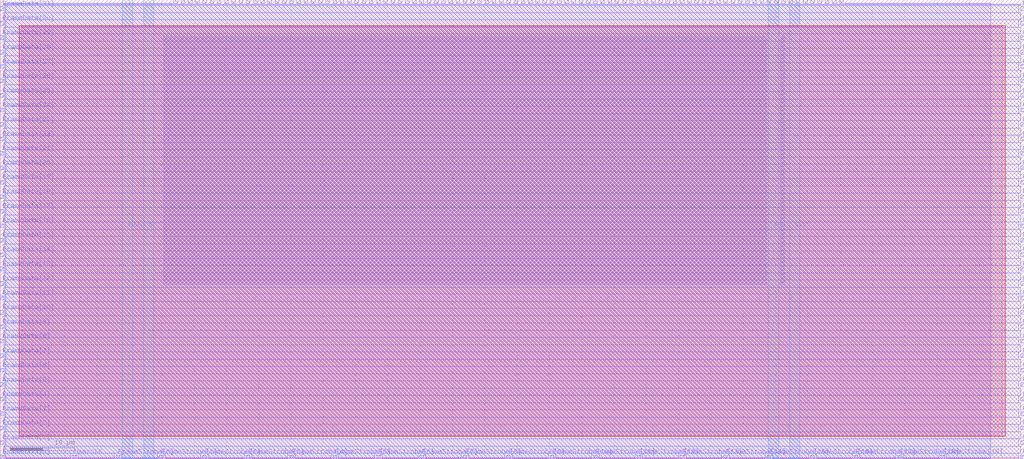
<source format=lef>
VERSION 5.7 ;
  NOWIREEXTENSIONATPIN ON ;
  DIVIDERCHAR "/" ;
  BUSBITCHARS "[]" ;
MACRO S_term_SRAM
  CLASS BLOCK ;
  FOREIGN S_term_SRAM ;
  ORIGIN 0.000 0.000 ;
  SIZE 158.480 BY 71.120 ;
  PIN FrameData[0]
    DIRECTION INPUT ;
    USE SIGNAL ;
    ANTENNAGATEAREA 1.102000 ;
    ANTENNADIFFAREA 0.410400 ;
    PORT
      LAYER Metal3 ;
        RECT 0.000 0.000 0.560 0.560 ;
    END
  END FrameData[0]
  PIN FrameData[10]
    DIRECTION INPUT ;
    USE SIGNAL ;
    ANTENNAGATEAREA 1.102000 ;
    ANTENNADIFFAREA 0.410400 ;
    PORT
      LAYER Metal3 ;
        RECT 0.000 22.400 0.560 22.960 ;
    END
  END FrameData[10]
  PIN FrameData[11]
    DIRECTION INPUT ;
    USE SIGNAL ;
    ANTENNAGATEAREA 1.102000 ;
    ANTENNADIFFAREA 0.410400 ;
    PORT
      LAYER Metal3 ;
        RECT 0.000 24.640 0.560 25.200 ;
    END
  END FrameData[11]
  PIN FrameData[12]
    DIRECTION INPUT ;
    USE SIGNAL ;
    ANTENNAGATEAREA 1.102000 ;
    ANTENNADIFFAREA 0.410400 ;
    PORT
      LAYER Metal3 ;
        RECT 0.000 26.880 0.560 27.440 ;
    END
  END FrameData[12]
  PIN FrameData[13]
    DIRECTION INPUT ;
    USE SIGNAL ;
    ANTENNAGATEAREA 1.102000 ;
    ANTENNADIFFAREA 0.410400 ;
    PORT
      LAYER Metal3 ;
        RECT 0.000 29.120 0.560 29.680 ;
    END
  END FrameData[13]
  PIN FrameData[14]
    DIRECTION INPUT ;
    USE SIGNAL ;
    ANTENNAGATEAREA 1.102000 ;
    ANTENNADIFFAREA 0.410400 ;
    PORT
      LAYER Metal3 ;
        RECT 0.000 31.360 0.560 31.920 ;
    END
  END FrameData[14]
  PIN FrameData[15]
    DIRECTION INPUT ;
    USE SIGNAL ;
    ANTENNAGATEAREA 1.102000 ;
    ANTENNADIFFAREA 0.410400 ;
    PORT
      LAYER Metal3 ;
        RECT 0.000 33.600 0.560 34.160 ;
    END
  END FrameData[15]
  PIN FrameData[16]
    DIRECTION INPUT ;
    USE SIGNAL ;
    ANTENNAGATEAREA 1.102000 ;
    ANTENNADIFFAREA 0.410400 ;
    PORT
      LAYER Metal3 ;
        RECT 0.000 35.840 0.560 36.400 ;
    END
  END FrameData[16]
  PIN FrameData[17]
    DIRECTION INPUT ;
    USE SIGNAL ;
    ANTENNAGATEAREA 1.102000 ;
    ANTENNADIFFAREA 0.410400 ;
    PORT
      LAYER Metal3 ;
        RECT 0.000 38.080 0.560 38.640 ;
    END
  END FrameData[17]
  PIN FrameData[18]
    DIRECTION INPUT ;
    USE SIGNAL ;
    ANTENNAGATEAREA 1.102000 ;
    ANTENNADIFFAREA 0.410400 ;
    PORT
      LAYER Metal3 ;
        RECT 0.000 40.320 0.560 40.880 ;
    END
  END FrameData[18]
  PIN FrameData[19]
    DIRECTION INPUT ;
    USE SIGNAL ;
    ANTENNAGATEAREA 1.102000 ;
    ANTENNADIFFAREA 0.410400 ;
    PORT
      LAYER Metal3 ;
        RECT 0.000 42.560 0.560 43.120 ;
    END
  END FrameData[19]
  PIN FrameData[1]
    DIRECTION INPUT ;
    USE SIGNAL ;
    ANTENNAGATEAREA 1.102000 ;
    ANTENNADIFFAREA 0.410400 ;
    PORT
      LAYER Metal3 ;
        RECT 0.000 2.240 0.560 2.800 ;
    END
  END FrameData[1]
  PIN FrameData[20]
    DIRECTION INPUT ;
    USE SIGNAL ;
    ANTENNAGATEAREA 1.102000 ;
    ANTENNADIFFAREA 0.410400 ;
    PORT
      LAYER Metal3 ;
        RECT 0.000 44.800 0.560 45.360 ;
    END
  END FrameData[20]
  PIN FrameData[21]
    DIRECTION INPUT ;
    USE SIGNAL ;
    ANTENNAGATEAREA 1.102000 ;
    ANTENNADIFFAREA 0.410400 ;
    PORT
      LAYER Metal3 ;
        RECT 0.000 47.040 0.560 47.600 ;
    END
  END FrameData[21]
  PIN FrameData[22]
    DIRECTION INPUT ;
    USE SIGNAL ;
    ANTENNAGATEAREA 1.102000 ;
    ANTENNADIFFAREA 0.410400 ;
    PORT
      LAYER Metal3 ;
        RECT 0.000 49.280 0.560 49.840 ;
    END
  END FrameData[22]
  PIN FrameData[23]
    DIRECTION INPUT ;
    USE SIGNAL ;
    ANTENNAGATEAREA 1.102000 ;
    ANTENNADIFFAREA 0.410400 ;
    PORT
      LAYER Metal3 ;
        RECT 0.000 51.520 0.560 52.080 ;
    END
  END FrameData[23]
  PIN FrameData[24]
    DIRECTION INPUT ;
    USE SIGNAL ;
    ANTENNAGATEAREA 1.102000 ;
    ANTENNADIFFAREA 0.410400 ;
    PORT
      LAYER Metal3 ;
        RECT 0.000 53.760 0.560 54.320 ;
    END
  END FrameData[24]
  PIN FrameData[25]
    DIRECTION INPUT ;
    USE SIGNAL ;
    ANTENNAGATEAREA 1.102000 ;
    ANTENNADIFFAREA 0.410400 ;
    PORT
      LAYER Metal3 ;
        RECT 0.000 56.000 0.560 56.560 ;
    END
  END FrameData[25]
  PIN FrameData[26]
    DIRECTION INPUT ;
    USE SIGNAL ;
    ANTENNAGATEAREA 1.102000 ;
    ANTENNADIFFAREA 0.410400 ;
    PORT
      LAYER Metal3 ;
        RECT 0.000 58.240 0.560 58.800 ;
    END
  END FrameData[26]
  PIN FrameData[27]
    DIRECTION INPUT ;
    USE SIGNAL ;
    ANTENNAGATEAREA 1.102000 ;
    ANTENNADIFFAREA 0.410400 ;
    PORT
      LAYER Metal3 ;
        RECT 0.000 60.480 0.560 61.040 ;
    END
  END FrameData[27]
  PIN FrameData[28]
    DIRECTION INPUT ;
    USE SIGNAL ;
    ANTENNAGATEAREA 1.102000 ;
    ANTENNADIFFAREA 0.410400 ;
    PORT
      LAYER Metal3 ;
        RECT 0.000 62.720 0.560 63.280 ;
    END
  END FrameData[28]
  PIN FrameData[29]
    DIRECTION INPUT ;
    USE SIGNAL ;
    ANTENNAGATEAREA 1.102000 ;
    ANTENNADIFFAREA 0.410400 ;
    PORT
      LAYER Metal3 ;
        RECT 0.000 64.960 0.560 65.520 ;
    END
  END FrameData[29]
  PIN FrameData[2]
    DIRECTION INPUT ;
    USE SIGNAL ;
    ANTENNAGATEAREA 1.102000 ;
    ANTENNADIFFAREA 0.410400 ;
    PORT
      LAYER Metal3 ;
        RECT 0.000 4.480 0.560 5.040 ;
    END
  END FrameData[2]
  PIN FrameData[30]
    DIRECTION INPUT ;
    USE SIGNAL ;
    ANTENNAGATEAREA 1.102000 ;
    ANTENNADIFFAREA 0.410400 ;
    PORT
      LAYER Metal3 ;
        RECT 0.000 67.200 0.560 67.760 ;
    END
  END FrameData[30]
  PIN FrameData[31]
    DIRECTION INPUT ;
    USE SIGNAL ;
    ANTENNAGATEAREA 1.102000 ;
    ANTENNADIFFAREA 0.410400 ;
    PORT
      LAYER Metal3 ;
        RECT 0.000 69.440 0.560 70.000 ;
    END
  END FrameData[31]
  PIN FrameData[3]
    DIRECTION INPUT ;
    USE SIGNAL ;
    ANTENNAGATEAREA 1.102000 ;
    ANTENNADIFFAREA 0.410400 ;
    PORT
      LAYER Metal3 ;
        RECT 0.000 6.720 0.560 7.280 ;
    END
  END FrameData[3]
  PIN FrameData[4]
    DIRECTION INPUT ;
    USE SIGNAL ;
    ANTENNAGATEAREA 1.102000 ;
    ANTENNADIFFAREA 0.410400 ;
    PORT
      LAYER Metal3 ;
        RECT 0.000 8.960 0.560 9.520 ;
    END
  END FrameData[4]
  PIN FrameData[5]
    DIRECTION INPUT ;
    USE SIGNAL ;
    ANTENNAGATEAREA 1.102000 ;
    ANTENNADIFFAREA 0.410400 ;
    PORT
      LAYER Metal3 ;
        RECT 0.000 11.200 0.560 11.760 ;
    END
  END FrameData[5]
  PIN FrameData[6]
    DIRECTION INPUT ;
    USE SIGNAL ;
    ANTENNAGATEAREA 1.102000 ;
    ANTENNADIFFAREA 0.410400 ;
    PORT
      LAYER Metal3 ;
        RECT 0.000 13.440 0.560 14.000 ;
    END
  END FrameData[6]
  PIN FrameData[7]
    DIRECTION INPUT ;
    USE SIGNAL ;
    ANTENNAGATEAREA 1.102000 ;
    ANTENNADIFFAREA 0.410400 ;
    PORT
      LAYER Metal3 ;
        RECT 0.000 15.680 0.560 16.240 ;
    END
  END FrameData[7]
  PIN FrameData[8]
    DIRECTION INPUT ;
    USE SIGNAL ;
    ANTENNAGATEAREA 1.102000 ;
    ANTENNADIFFAREA 0.410400 ;
    PORT
      LAYER Metal3 ;
        RECT 0.000 17.920 0.560 18.480 ;
    END
  END FrameData[8]
  PIN FrameData[9]
    DIRECTION INPUT ;
    USE SIGNAL ;
    ANTENNAGATEAREA 1.102000 ;
    ANTENNADIFFAREA 0.410400 ;
    PORT
      LAYER Metal3 ;
        RECT 0.000 20.160 0.560 20.720 ;
    END
  END FrameData[9]
  PIN FrameData_O[0]
    DIRECTION OUTPUT ;
    USE SIGNAL ;
    ANTENNADIFFAREA 2.365600 ;
    PORT
      LAYER Metal3 ;
        RECT 157.920 0.000 158.480 0.560 ;
    END
  END FrameData_O[0]
  PIN FrameData_O[10]
    DIRECTION OUTPUT ;
    USE SIGNAL ;
    ANTENNADIFFAREA 2.365600 ;
    PORT
      LAYER Metal3 ;
        RECT 157.920 22.400 158.480 22.960 ;
    END
  END FrameData_O[10]
  PIN FrameData_O[11]
    DIRECTION OUTPUT ;
    USE SIGNAL ;
    ANTENNADIFFAREA 2.365600 ;
    PORT
      LAYER Metal3 ;
        RECT 157.920 24.640 158.480 25.200 ;
    END
  END FrameData_O[11]
  PIN FrameData_O[12]
    DIRECTION OUTPUT ;
    USE SIGNAL ;
    ANTENNADIFFAREA 2.365600 ;
    PORT
      LAYER Metal3 ;
        RECT 157.920 26.880 158.480 27.440 ;
    END
  END FrameData_O[12]
  PIN FrameData_O[13]
    DIRECTION OUTPUT ;
    USE SIGNAL ;
    ANTENNADIFFAREA 2.365600 ;
    PORT
      LAYER Metal3 ;
        RECT 157.920 29.120 158.480 29.680 ;
    END
  END FrameData_O[13]
  PIN FrameData_O[14]
    DIRECTION OUTPUT ;
    USE SIGNAL ;
    ANTENNADIFFAREA 2.365600 ;
    PORT
      LAYER Metal3 ;
        RECT 157.920 31.360 158.480 31.920 ;
    END
  END FrameData_O[14]
  PIN FrameData_O[15]
    DIRECTION OUTPUT ;
    USE SIGNAL ;
    ANTENNADIFFAREA 2.365600 ;
    PORT
      LAYER Metal3 ;
        RECT 157.920 33.600 158.480 34.160 ;
    END
  END FrameData_O[15]
  PIN FrameData_O[16]
    DIRECTION OUTPUT ;
    USE SIGNAL ;
    ANTENNADIFFAREA 2.365600 ;
    PORT
      LAYER Metal3 ;
        RECT 157.920 35.840 158.480 36.400 ;
    END
  END FrameData_O[16]
  PIN FrameData_O[17]
    DIRECTION OUTPUT ;
    USE SIGNAL ;
    ANTENNADIFFAREA 2.365600 ;
    PORT
      LAYER Metal3 ;
        RECT 157.920 38.080 158.480 38.640 ;
    END
  END FrameData_O[17]
  PIN FrameData_O[18]
    DIRECTION OUTPUT ;
    USE SIGNAL ;
    ANTENNADIFFAREA 2.365600 ;
    PORT
      LAYER Metal3 ;
        RECT 157.920 40.320 158.480 40.880 ;
    END
  END FrameData_O[18]
  PIN FrameData_O[19]
    DIRECTION OUTPUT ;
    USE SIGNAL ;
    ANTENNADIFFAREA 2.365600 ;
    PORT
      LAYER Metal3 ;
        RECT 157.920 42.560 158.480 43.120 ;
    END
  END FrameData_O[19]
  PIN FrameData_O[1]
    DIRECTION OUTPUT ;
    USE SIGNAL ;
    ANTENNADIFFAREA 2.365600 ;
    PORT
      LAYER Metal3 ;
        RECT 157.920 2.240 158.480 2.800 ;
    END
  END FrameData_O[1]
  PIN FrameData_O[20]
    DIRECTION OUTPUT ;
    USE SIGNAL ;
    ANTENNADIFFAREA 2.365600 ;
    PORT
      LAYER Metal3 ;
        RECT 157.920 44.800 158.480 45.360 ;
    END
  END FrameData_O[20]
  PIN FrameData_O[21]
    DIRECTION OUTPUT ;
    USE SIGNAL ;
    ANTENNADIFFAREA 2.365600 ;
    PORT
      LAYER Metal3 ;
        RECT 157.920 47.040 158.480 47.600 ;
    END
  END FrameData_O[21]
  PIN FrameData_O[22]
    DIRECTION OUTPUT ;
    USE SIGNAL ;
    ANTENNADIFFAREA 2.365600 ;
    PORT
      LAYER Metal3 ;
        RECT 157.920 49.280 158.480 49.840 ;
    END
  END FrameData_O[22]
  PIN FrameData_O[23]
    DIRECTION OUTPUT ;
    USE SIGNAL ;
    ANTENNADIFFAREA 2.365600 ;
    PORT
      LAYER Metal3 ;
        RECT 157.920 51.520 158.480 52.080 ;
    END
  END FrameData_O[23]
  PIN FrameData_O[24]
    DIRECTION OUTPUT ;
    USE SIGNAL ;
    ANTENNADIFFAREA 2.365600 ;
    PORT
      LAYER Metal3 ;
        RECT 157.920 53.760 158.480 54.320 ;
    END
  END FrameData_O[24]
  PIN FrameData_O[25]
    DIRECTION OUTPUT ;
    USE SIGNAL ;
    ANTENNADIFFAREA 2.365600 ;
    PORT
      LAYER Metal3 ;
        RECT 157.920 56.000 158.480 56.560 ;
    END
  END FrameData_O[25]
  PIN FrameData_O[26]
    DIRECTION OUTPUT ;
    USE SIGNAL ;
    ANTENNADIFFAREA 2.365600 ;
    PORT
      LAYER Metal3 ;
        RECT 157.920 58.240 158.480 58.800 ;
    END
  END FrameData_O[26]
  PIN FrameData_O[27]
    DIRECTION OUTPUT ;
    USE SIGNAL ;
    ANTENNADIFFAREA 2.365600 ;
    PORT
      LAYER Metal3 ;
        RECT 157.920 60.480 158.480 61.040 ;
    END
  END FrameData_O[27]
  PIN FrameData_O[28]
    DIRECTION OUTPUT ;
    USE SIGNAL ;
    ANTENNADIFFAREA 2.365600 ;
    PORT
      LAYER Metal3 ;
        RECT 157.920 62.720 158.480 63.280 ;
    END
  END FrameData_O[28]
  PIN FrameData_O[29]
    DIRECTION OUTPUT ;
    USE SIGNAL ;
    ANTENNADIFFAREA 2.365600 ;
    PORT
      LAYER Metal3 ;
        RECT 157.920 64.960 158.480 65.520 ;
    END
  END FrameData_O[29]
  PIN FrameData_O[2]
    DIRECTION OUTPUT ;
    USE SIGNAL ;
    ANTENNADIFFAREA 2.365600 ;
    PORT
      LAYER Metal3 ;
        RECT 157.920 4.480 158.480 5.040 ;
    END
  END FrameData_O[2]
  PIN FrameData_O[30]
    DIRECTION OUTPUT ;
    USE SIGNAL ;
    ANTENNADIFFAREA 2.365600 ;
    PORT
      LAYER Metal3 ;
        RECT 157.920 67.200 158.480 67.760 ;
    END
  END FrameData_O[30]
  PIN FrameData_O[31]
    DIRECTION OUTPUT ;
    USE SIGNAL ;
    ANTENNADIFFAREA 2.365600 ;
    PORT
      LAYER Metal3 ;
        RECT 157.920 69.440 158.480 70.000 ;
    END
  END FrameData_O[31]
  PIN FrameData_O[3]
    DIRECTION OUTPUT ;
    USE SIGNAL ;
    ANTENNADIFFAREA 2.365600 ;
    PORT
      LAYER Metal3 ;
        RECT 157.920 6.720 158.480 7.280 ;
    END
  END FrameData_O[3]
  PIN FrameData_O[4]
    DIRECTION OUTPUT ;
    USE SIGNAL ;
    ANTENNADIFFAREA 2.365600 ;
    PORT
      LAYER Metal3 ;
        RECT 157.920 8.960 158.480 9.520 ;
    END
  END FrameData_O[4]
  PIN FrameData_O[5]
    DIRECTION OUTPUT ;
    USE SIGNAL ;
    ANTENNADIFFAREA 2.365600 ;
    PORT
      LAYER Metal3 ;
        RECT 157.920 11.200 158.480 11.760 ;
    END
  END FrameData_O[5]
  PIN FrameData_O[6]
    DIRECTION OUTPUT ;
    USE SIGNAL ;
    ANTENNADIFFAREA 2.365600 ;
    PORT
      LAYER Metal3 ;
        RECT 157.920 13.440 158.480 14.000 ;
    END
  END FrameData_O[6]
  PIN FrameData_O[7]
    DIRECTION OUTPUT ;
    USE SIGNAL ;
    ANTENNADIFFAREA 2.365600 ;
    PORT
      LAYER Metal3 ;
        RECT 157.920 15.680 158.480 16.240 ;
    END
  END FrameData_O[7]
  PIN FrameData_O[8]
    DIRECTION OUTPUT ;
    USE SIGNAL ;
    ANTENNADIFFAREA 2.365600 ;
    PORT
      LAYER Metal3 ;
        RECT 157.920 17.920 158.480 18.480 ;
    END
  END FrameData_O[8]
  PIN FrameData_O[9]
    DIRECTION OUTPUT ;
    USE SIGNAL ;
    ANTENNADIFFAREA 2.365600 ;
    PORT
      LAYER Metal3 ;
        RECT 157.920 20.160 158.480 20.720 ;
    END
  END FrameData_O[9]
  PIN FrameStrobe[0]
    DIRECTION INPUT ;
    USE SIGNAL ;
    ANTENNAGATEAREA 1.102000 ;
    ANTENNADIFFAREA 0.410400 ;
    PORT
      LAYER Metal2 ;
        RECT 17.920 0.000 18.480 0.560 ;
    END
  END FrameStrobe[0]
  PIN FrameStrobe[10]
    DIRECTION INPUT ;
    USE SIGNAL ;
    ANTENNAGATEAREA 1.102000 ;
    ANTENNADIFFAREA 0.410400 ;
    PORT
      LAYER Metal2 ;
        RECT 85.120 0.000 85.680 0.560 ;
    END
  END FrameStrobe[10]
  PIN FrameStrobe[11]
    DIRECTION INPUT ;
    USE SIGNAL ;
    ANTENNAGATEAREA 1.102000 ;
    ANTENNADIFFAREA 0.410400 ;
    PORT
      LAYER Metal2 ;
        RECT 91.840 0.000 92.400 0.560 ;
    END
  END FrameStrobe[11]
  PIN FrameStrobe[12]
    DIRECTION INPUT ;
    USE SIGNAL ;
    ANTENNAGATEAREA 1.102000 ;
    ANTENNADIFFAREA 0.410400 ;
    PORT
      LAYER Metal2 ;
        RECT 98.560 0.000 99.120 0.560 ;
    END
  END FrameStrobe[12]
  PIN FrameStrobe[13]
    DIRECTION INPUT ;
    USE SIGNAL ;
    ANTENNAGATEAREA 1.102000 ;
    ANTENNADIFFAREA 0.410400 ;
    PORT
      LAYER Metal2 ;
        RECT 105.280 0.000 105.840 0.560 ;
    END
  END FrameStrobe[13]
  PIN FrameStrobe[14]
    DIRECTION INPUT ;
    USE SIGNAL ;
    ANTENNAGATEAREA 1.102000 ;
    ANTENNADIFFAREA 0.410400 ;
    PORT
      LAYER Metal2 ;
        RECT 112.000 0.000 112.560 0.560 ;
    END
  END FrameStrobe[14]
  PIN FrameStrobe[15]
    DIRECTION INPUT ;
    USE SIGNAL ;
    ANTENNAGATEAREA 1.102000 ;
    ANTENNADIFFAREA 0.410400 ;
    PORT
      LAYER Metal2 ;
        RECT 118.720 0.000 119.280 0.560 ;
    END
  END FrameStrobe[15]
  PIN FrameStrobe[16]
    DIRECTION INPUT ;
    USE SIGNAL ;
    ANTENNAGATEAREA 1.102000 ;
    ANTENNADIFFAREA 0.410400 ;
    PORT
      LAYER Metal2 ;
        RECT 125.440 0.000 126.000 0.560 ;
    END
  END FrameStrobe[16]
  PIN FrameStrobe[17]
    DIRECTION INPUT ;
    USE SIGNAL ;
    ANTENNAGATEAREA 1.102000 ;
    ANTENNADIFFAREA 0.410400 ;
    PORT
      LAYER Metal2 ;
        RECT 132.160 0.000 132.720 0.560 ;
    END
  END FrameStrobe[17]
  PIN FrameStrobe[18]
    DIRECTION INPUT ;
    USE SIGNAL ;
    ANTENNAGATEAREA 1.102000 ;
    ANTENNADIFFAREA 0.410400 ;
    PORT
      LAYER Metal2 ;
        RECT 138.880 0.000 139.440 0.560 ;
    END
  END FrameStrobe[18]
  PIN FrameStrobe[19]
    DIRECTION INPUT ;
    USE SIGNAL ;
    ANTENNAGATEAREA 1.102000 ;
    ANTENNADIFFAREA 0.410400 ;
    PORT
      LAYER Metal2 ;
        RECT 145.600 0.000 146.160 0.560 ;
    END
  END FrameStrobe[19]
  PIN FrameStrobe[1]
    DIRECTION INPUT ;
    USE SIGNAL ;
    ANTENNAGATEAREA 1.102000 ;
    ANTENNADIFFAREA 0.410400 ;
    PORT
      LAYER Metal2 ;
        RECT 24.640 0.000 25.200 0.560 ;
    END
  END FrameStrobe[1]
  PIN FrameStrobe[2]
    DIRECTION INPUT ;
    USE SIGNAL ;
    ANTENNAGATEAREA 1.102000 ;
    ANTENNADIFFAREA 0.410400 ;
    PORT
      LAYER Metal2 ;
        RECT 31.360 0.000 31.920 0.560 ;
    END
  END FrameStrobe[2]
  PIN FrameStrobe[3]
    DIRECTION INPUT ;
    USE SIGNAL ;
    ANTENNAGATEAREA 1.102000 ;
    ANTENNADIFFAREA 0.410400 ;
    PORT
      LAYER Metal2 ;
        RECT 38.080 0.000 38.640 0.560 ;
    END
  END FrameStrobe[3]
  PIN FrameStrobe[4]
    DIRECTION INPUT ;
    USE SIGNAL ;
    ANTENNAGATEAREA 1.102000 ;
    ANTENNADIFFAREA 0.410400 ;
    PORT
      LAYER Metal2 ;
        RECT 44.800 0.000 45.360 0.560 ;
    END
  END FrameStrobe[4]
  PIN FrameStrobe[5]
    DIRECTION INPUT ;
    USE SIGNAL ;
    ANTENNAGATEAREA 1.102000 ;
    ANTENNADIFFAREA 0.410400 ;
    PORT
      LAYER Metal2 ;
        RECT 51.520 0.000 52.080 0.560 ;
    END
  END FrameStrobe[5]
  PIN FrameStrobe[6]
    DIRECTION INPUT ;
    USE SIGNAL ;
    ANTENNAGATEAREA 1.102000 ;
    ANTENNADIFFAREA 0.410400 ;
    PORT
      LAYER Metal2 ;
        RECT 58.240 0.000 58.800 0.560 ;
    END
  END FrameStrobe[6]
  PIN FrameStrobe[7]
    DIRECTION INPUT ;
    USE SIGNAL ;
    ANTENNAGATEAREA 1.102000 ;
    ANTENNADIFFAREA 0.410400 ;
    PORT
      LAYER Metal2 ;
        RECT 64.960 0.000 65.520 0.560 ;
    END
  END FrameStrobe[7]
  PIN FrameStrobe[8]
    DIRECTION INPUT ;
    USE SIGNAL ;
    ANTENNAGATEAREA 1.102000 ;
    ANTENNADIFFAREA 0.410400 ;
    PORT
      LAYER Metal2 ;
        RECT 71.680 0.000 72.240 0.560 ;
    END
  END FrameStrobe[8]
  PIN FrameStrobe[9]
    DIRECTION INPUT ;
    USE SIGNAL ;
    ANTENNAGATEAREA 1.102000 ;
    ANTENNADIFFAREA 0.410400 ;
    PORT
      LAYER Metal2 ;
        RECT 78.400 0.000 78.960 0.560 ;
    END
  END FrameStrobe[9]
  PIN FrameStrobe_O[0]
    DIRECTION OUTPUT ;
    USE SIGNAL ;
    ANTENNADIFFAREA 2.365600 ;
    PORT
      LAYER Metal2 ;
        RECT 108.640 70.560 109.200 71.120 ;
    END
  END FrameStrobe_O[0]
  PIN FrameStrobe_O[10]
    DIRECTION OUTPUT ;
    USE SIGNAL ;
    ANTENNADIFFAREA 2.365600 ;
    PORT
      LAYER Metal2 ;
        RECT 119.840 70.560 120.400 71.120 ;
    END
  END FrameStrobe_O[10]
  PIN FrameStrobe_O[11]
    DIRECTION OUTPUT ;
    USE SIGNAL ;
    ANTENNADIFFAREA 2.365600 ;
    PORT
      LAYER Metal2 ;
        RECT 120.960 70.560 121.520 71.120 ;
    END
  END FrameStrobe_O[11]
  PIN FrameStrobe_O[12]
    DIRECTION OUTPUT ;
    USE SIGNAL ;
    ANTENNADIFFAREA 2.365600 ;
    PORT
      LAYER Metal2 ;
        RECT 122.080 70.560 122.640 71.120 ;
    END
  END FrameStrobe_O[12]
  PIN FrameStrobe_O[13]
    DIRECTION OUTPUT ;
    USE SIGNAL ;
    ANTENNADIFFAREA 2.365600 ;
    PORT
      LAYER Metal2 ;
        RECT 123.200 70.560 123.760 71.120 ;
    END
  END FrameStrobe_O[13]
  PIN FrameStrobe_O[14]
    DIRECTION OUTPUT ;
    USE SIGNAL ;
    ANTENNADIFFAREA 2.365600 ;
    PORT
      LAYER Metal2 ;
        RECT 124.320 70.560 124.880 71.120 ;
    END
  END FrameStrobe_O[14]
  PIN FrameStrobe_O[15]
    DIRECTION OUTPUT ;
    USE SIGNAL ;
    ANTENNADIFFAREA 2.365600 ;
    PORT
      LAYER Metal2 ;
        RECT 125.440 70.560 126.000 71.120 ;
    END
  END FrameStrobe_O[15]
  PIN FrameStrobe_O[16]
    DIRECTION OUTPUT ;
    USE SIGNAL ;
    ANTENNADIFFAREA 2.365600 ;
    PORT
      LAYER Metal2 ;
        RECT 126.560 70.560 127.120 71.120 ;
    END
  END FrameStrobe_O[16]
  PIN FrameStrobe_O[17]
    DIRECTION OUTPUT ;
    USE SIGNAL ;
    ANTENNADIFFAREA 2.365600 ;
    PORT
      LAYER Metal2 ;
        RECT 127.680 70.560 128.240 71.120 ;
    END
  END FrameStrobe_O[17]
  PIN FrameStrobe_O[18]
    DIRECTION OUTPUT ;
    USE SIGNAL ;
    ANTENNADIFFAREA 2.365600 ;
    PORT
      LAYER Metal2 ;
        RECT 128.800 70.560 129.360 71.120 ;
    END
  END FrameStrobe_O[18]
  PIN FrameStrobe_O[19]
    DIRECTION OUTPUT ;
    USE SIGNAL ;
    ANTENNADIFFAREA 2.365600 ;
    PORT
      LAYER Metal2 ;
        RECT 129.920 70.560 130.480 71.120 ;
    END
  END FrameStrobe_O[19]
  PIN FrameStrobe_O[1]
    DIRECTION OUTPUT ;
    USE SIGNAL ;
    ANTENNADIFFAREA 2.365600 ;
    PORT
      LAYER Metal2 ;
        RECT 109.760 70.560 110.320 71.120 ;
    END
  END FrameStrobe_O[1]
  PIN FrameStrobe_O[2]
    DIRECTION OUTPUT ;
    USE SIGNAL ;
    ANTENNADIFFAREA 2.365600 ;
    PORT
      LAYER Metal2 ;
        RECT 110.880 70.560 111.440 71.120 ;
    END
  END FrameStrobe_O[2]
  PIN FrameStrobe_O[3]
    DIRECTION OUTPUT ;
    USE SIGNAL ;
    ANTENNADIFFAREA 2.365600 ;
    PORT
      LAYER Metal2 ;
        RECT 112.000 70.560 112.560 71.120 ;
    END
  END FrameStrobe_O[3]
  PIN FrameStrobe_O[4]
    DIRECTION OUTPUT ;
    USE SIGNAL ;
    ANTENNADIFFAREA 2.365600 ;
    PORT
      LAYER Metal2 ;
        RECT 113.120 70.560 113.680 71.120 ;
    END
  END FrameStrobe_O[4]
  PIN FrameStrobe_O[5]
    DIRECTION OUTPUT ;
    USE SIGNAL ;
    ANTENNADIFFAREA 2.365600 ;
    PORT
      LAYER Metal2 ;
        RECT 114.240 70.560 114.800 71.120 ;
    END
  END FrameStrobe_O[5]
  PIN FrameStrobe_O[6]
    DIRECTION OUTPUT ;
    USE SIGNAL ;
    ANTENNADIFFAREA 2.365600 ;
    PORT
      LAYER Metal2 ;
        RECT 115.360 70.560 115.920 71.120 ;
    END
  END FrameStrobe_O[6]
  PIN FrameStrobe_O[7]
    DIRECTION OUTPUT ;
    USE SIGNAL ;
    ANTENNADIFFAREA 2.365600 ;
    PORT
      LAYER Metal2 ;
        RECT 116.480 70.560 117.040 71.120 ;
    END
  END FrameStrobe_O[7]
  PIN FrameStrobe_O[8]
    DIRECTION OUTPUT ;
    USE SIGNAL ;
    ANTENNADIFFAREA 2.365600 ;
    PORT
      LAYER Metal2 ;
        RECT 117.600 70.560 118.160 71.120 ;
    END
  END FrameStrobe_O[8]
  PIN FrameStrobe_O[9]
    DIRECTION OUTPUT ;
    USE SIGNAL ;
    ANTENNADIFFAREA 2.365600 ;
    PORT
      LAYER Metal2 ;
        RECT 118.720 70.560 119.280 71.120 ;
    END
  END FrameStrobe_O[9]
  PIN N1BEG[0]
    DIRECTION OUTPUT ;
    USE SIGNAL ;
    ANTENNADIFFAREA 2.365600 ;
    PORT
      LAYER Metal2 ;
        RECT 26.880 70.560 27.440 71.120 ;
    END
  END N1BEG[0]
  PIN N1BEG[1]
    DIRECTION OUTPUT ;
    USE SIGNAL ;
    ANTENNADIFFAREA 2.365600 ;
    PORT
      LAYER Metal2 ;
        RECT 28.000 70.560 28.560 71.120 ;
    END
  END N1BEG[1]
  PIN N1BEG[2]
    DIRECTION OUTPUT ;
    USE SIGNAL ;
    ANTENNADIFFAREA 2.365600 ;
    PORT
      LAYER Metal2 ;
        RECT 29.120 70.560 29.680 71.120 ;
    END
  END N1BEG[2]
  PIN N1BEG[3]
    DIRECTION OUTPUT ;
    USE SIGNAL ;
    ANTENNADIFFAREA 2.365600 ;
    PORT
      LAYER Metal2 ;
        RECT 30.240 70.560 30.800 71.120 ;
    END
  END N1BEG[3]
  PIN N2BEG[0]
    DIRECTION OUTPUT ;
    USE SIGNAL ;
    ANTENNADIFFAREA 2.365600 ;
    PORT
      LAYER Metal2 ;
        RECT 31.360 70.560 31.920 71.120 ;
    END
  END N2BEG[0]
  PIN N2BEG[1]
    DIRECTION OUTPUT ;
    USE SIGNAL ;
    ANTENNADIFFAREA 2.365600 ;
    PORT
      LAYER Metal2 ;
        RECT 32.480 70.560 33.040 71.120 ;
    END
  END N2BEG[1]
  PIN N2BEG[2]
    DIRECTION OUTPUT ;
    USE SIGNAL ;
    ANTENNADIFFAREA 2.365600 ;
    PORT
      LAYER Metal2 ;
        RECT 33.600 70.560 34.160 71.120 ;
    END
  END N2BEG[2]
  PIN N2BEG[3]
    DIRECTION OUTPUT ;
    USE SIGNAL ;
    ANTENNADIFFAREA 2.365600 ;
    PORT
      LAYER Metal2 ;
        RECT 34.720 70.560 35.280 71.120 ;
    END
  END N2BEG[3]
  PIN N2BEG[4]
    DIRECTION OUTPUT ;
    USE SIGNAL ;
    ANTENNADIFFAREA 2.365600 ;
    PORT
      LAYER Metal2 ;
        RECT 35.840 70.560 36.400 71.120 ;
    END
  END N2BEG[4]
  PIN N2BEG[5]
    DIRECTION OUTPUT ;
    USE SIGNAL ;
    ANTENNADIFFAREA 2.365600 ;
    PORT
      LAYER Metal2 ;
        RECT 36.960 70.560 37.520 71.120 ;
    END
  END N2BEG[5]
  PIN N2BEG[6]
    DIRECTION OUTPUT ;
    USE SIGNAL ;
    ANTENNADIFFAREA 2.365600 ;
    PORT
      LAYER Metal2 ;
        RECT 38.080 70.560 38.640 71.120 ;
    END
  END N2BEG[6]
  PIN N2BEG[7]
    DIRECTION OUTPUT ;
    USE SIGNAL ;
    ANTENNADIFFAREA 2.365600 ;
    PORT
      LAYER Metal2 ;
        RECT 39.200 70.560 39.760 71.120 ;
    END
  END N2BEG[7]
  PIN N2BEGb[0]
    DIRECTION OUTPUT ;
    USE SIGNAL ;
    ANTENNADIFFAREA 2.365600 ;
    PORT
      LAYER Metal2 ;
        RECT 40.320 70.560 40.880 71.120 ;
    END
  END N2BEGb[0]
  PIN N2BEGb[1]
    DIRECTION OUTPUT ;
    USE SIGNAL ;
    ANTENNADIFFAREA 2.365600 ;
    PORT
      LAYER Metal2 ;
        RECT 41.440 70.560 42.000 71.120 ;
    END
  END N2BEGb[1]
  PIN N2BEGb[2]
    DIRECTION OUTPUT ;
    USE SIGNAL ;
    ANTENNADIFFAREA 2.365600 ;
    PORT
      LAYER Metal2 ;
        RECT 42.560 70.560 43.120 71.120 ;
    END
  END N2BEGb[2]
  PIN N2BEGb[3]
    DIRECTION OUTPUT ;
    USE SIGNAL ;
    ANTENNADIFFAREA 2.365600 ;
    PORT
      LAYER Metal2 ;
        RECT 43.680 70.560 44.240 71.120 ;
    END
  END N2BEGb[3]
  PIN N2BEGb[4]
    DIRECTION OUTPUT ;
    USE SIGNAL ;
    ANTENNADIFFAREA 2.365600 ;
    PORT
      LAYER Metal2 ;
        RECT 44.800 70.560 45.360 71.120 ;
    END
  END N2BEGb[4]
  PIN N2BEGb[5]
    DIRECTION OUTPUT ;
    USE SIGNAL ;
    ANTENNADIFFAREA 2.365600 ;
    PORT
      LAYER Metal2 ;
        RECT 45.920 70.560 46.480 71.120 ;
    END
  END N2BEGb[5]
  PIN N2BEGb[6]
    DIRECTION OUTPUT ;
    USE SIGNAL ;
    ANTENNADIFFAREA 2.365600 ;
    PORT
      LAYER Metal2 ;
        RECT 47.040 70.560 47.600 71.120 ;
    END
  END N2BEGb[6]
  PIN N2BEGb[7]
    DIRECTION OUTPUT ;
    USE SIGNAL ;
    ANTENNADIFFAREA 2.365600 ;
    PORT
      LAYER Metal2 ;
        RECT 48.160 70.560 48.720 71.120 ;
    END
  END N2BEGb[7]
  PIN N4BEG[0]
    DIRECTION OUTPUT ;
    USE SIGNAL ;
    ANTENNADIFFAREA 2.365600 ;
    PORT
      LAYER Metal2 ;
        RECT 49.280 70.560 49.840 71.120 ;
    END
  END N4BEG[0]
  PIN N4BEG[10]
    DIRECTION OUTPUT ;
    USE SIGNAL ;
    ANTENNADIFFAREA 2.365600 ;
    PORT
      LAYER Metal2 ;
        RECT 60.480 70.560 61.040 71.120 ;
    END
  END N4BEG[10]
  PIN N4BEG[11]
    DIRECTION OUTPUT ;
    USE SIGNAL ;
    ANTENNADIFFAREA 2.365600 ;
    PORT
      LAYER Metal2 ;
        RECT 61.600 70.560 62.160 71.120 ;
    END
  END N4BEG[11]
  PIN N4BEG[12]
    DIRECTION OUTPUT ;
    USE SIGNAL ;
    ANTENNADIFFAREA 2.365600 ;
    PORT
      LAYER Metal2 ;
        RECT 62.720 70.560 63.280 71.120 ;
    END
  END N4BEG[12]
  PIN N4BEG[13]
    DIRECTION OUTPUT ;
    USE SIGNAL ;
    ANTENNADIFFAREA 2.365600 ;
    PORT
      LAYER Metal2 ;
        RECT 63.840 70.560 64.400 71.120 ;
    END
  END N4BEG[13]
  PIN N4BEG[14]
    DIRECTION OUTPUT ;
    USE SIGNAL ;
    ANTENNADIFFAREA 2.365600 ;
    PORT
      LAYER Metal2 ;
        RECT 64.960 70.560 65.520 71.120 ;
    END
  END N4BEG[14]
  PIN N4BEG[15]
    DIRECTION OUTPUT ;
    USE SIGNAL ;
    ANTENNADIFFAREA 2.365600 ;
    PORT
      LAYER Metal2 ;
        RECT 66.080 70.560 66.640 71.120 ;
    END
  END N4BEG[15]
  PIN N4BEG[1]
    DIRECTION OUTPUT ;
    USE SIGNAL ;
    ANTENNADIFFAREA 2.365600 ;
    PORT
      LAYER Metal2 ;
        RECT 50.400 70.560 50.960 71.120 ;
    END
  END N4BEG[1]
  PIN N4BEG[2]
    DIRECTION OUTPUT ;
    USE SIGNAL ;
    ANTENNADIFFAREA 2.365600 ;
    PORT
      LAYER Metal2 ;
        RECT 51.520 70.560 52.080 71.120 ;
    END
  END N4BEG[2]
  PIN N4BEG[3]
    DIRECTION OUTPUT ;
    USE SIGNAL ;
    ANTENNADIFFAREA 2.365600 ;
    PORT
      LAYER Metal2 ;
        RECT 52.640 70.560 53.200 71.120 ;
    END
  END N4BEG[3]
  PIN N4BEG[4]
    DIRECTION OUTPUT ;
    USE SIGNAL ;
    ANTENNADIFFAREA 2.365600 ;
    PORT
      LAYER Metal2 ;
        RECT 53.760 70.560 54.320 71.120 ;
    END
  END N4BEG[4]
  PIN N4BEG[5]
    DIRECTION OUTPUT ;
    USE SIGNAL ;
    ANTENNADIFFAREA 2.365600 ;
    PORT
      LAYER Metal2 ;
        RECT 54.880 70.560 55.440 71.120 ;
    END
  END N4BEG[5]
  PIN N4BEG[6]
    DIRECTION OUTPUT ;
    USE SIGNAL ;
    ANTENNADIFFAREA 2.365600 ;
    PORT
      LAYER Metal2 ;
        RECT 56.000 70.560 56.560 71.120 ;
    END
  END N4BEG[6]
  PIN N4BEG[7]
    DIRECTION OUTPUT ;
    USE SIGNAL ;
    ANTENNADIFFAREA 2.365600 ;
    PORT
      LAYER Metal2 ;
        RECT 57.120 70.560 57.680 71.120 ;
    END
  END N4BEG[7]
  PIN N4BEG[8]
    DIRECTION OUTPUT ;
    USE SIGNAL ;
    ANTENNADIFFAREA 2.365600 ;
    PORT
      LAYER Metal2 ;
        RECT 58.240 70.560 58.800 71.120 ;
    END
  END N4BEG[8]
  PIN N4BEG[9]
    DIRECTION OUTPUT ;
    USE SIGNAL ;
    ANTENNADIFFAREA 2.365600 ;
    PORT
      LAYER Metal2 ;
        RECT 59.360 70.560 59.920 71.120 ;
    END
  END N4BEG[9]
  PIN S1END[0]
    DIRECTION INPUT ;
    USE SIGNAL ;
    ANTENNAGATEAREA 1.102000 ;
    ANTENNADIFFAREA 0.410400 ;
    PORT
      LAYER Metal2 ;
        RECT 67.200 70.560 67.760 71.120 ;
    END
  END S1END[0]
  PIN S1END[1]
    DIRECTION INPUT ;
    USE SIGNAL ;
    ANTENNAGATEAREA 1.102000 ;
    ANTENNADIFFAREA 0.410400 ;
    PORT
      LAYER Metal2 ;
        RECT 68.320 70.560 68.880 71.120 ;
    END
  END S1END[1]
  PIN S1END[2]
    DIRECTION INPUT ;
    USE SIGNAL ;
    ANTENNAGATEAREA 1.102000 ;
    ANTENNADIFFAREA 0.410400 ;
    PORT
      LAYER Metal2 ;
        RECT 69.440 70.560 70.000 71.120 ;
    END
  END S1END[2]
  PIN S1END[3]
    DIRECTION INPUT ;
    USE SIGNAL ;
    ANTENNAGATEAREA 1.102000 ;
    ANTENNADIFFAREA 0.410400 ;
    PORT
      LAYER Metal2 ;
        RECT 70.560 70.560 71.120 71.120 ;
    END
  END S1END[3]
  PIN S2END[0]
    DIRECTION INPUT ;
    USE SIGNAL ;
    ANTENNAGATEAREA 1.102000 ;
    ANTENNADIFFAREA 0.410400 ;
    PORT
      LAYER Metal2 ;
        RECT 80.640 70.560 81.200 71.120 ;
    END
  END S2END[0]
  PIN S2END[1]
    DIRECTION INPUT ;
    USE SIGNAL ;
    ANTENNAGATEAREA 1.102000 ;
    ANTENNADIFFAREA 0.410400 ;
    PORT
      LAYER Metal2 ;
        RECT 81.760 70.560 82.320 71.120 ;
    END
  END S2END[1]
  PIN S2END[2]
    DIRECTION INPUT ;
    USE SIGNAL ;
    ANTENNAGATEAREA 1.102000 ;
    ANTENNADIFFAREA 0.410400 ;
    PORT
      LAYER Metal2 ;
        RECT 82.880 70.560 83.440 71.120 ;
    END
  END S2END[2]
  PIN S2END[3]
    DIRECTION INPUT ;
    USE SIGNAL ;
    ANTENNAGATEAREA 1.102000 ;
    ANTENNADIFFAREA 0.410400 ;
    PORT
      LAYER Metal2 ;
        RECT 84.000 70.560 84.560 71.120 ;
    END
  END S2END[3]
  PIN S2END[4]
    DIRECTION INPUT ;
    USE SIGNAL ;
    ANTENNAGATEAREA 1.102000 ;
    ANTENNADIFFAREA 0.410400 ;
    PORT
      LAYER Metal2 ;
        RECT 85.120 70.560 85.680 71.120 ;
    END
  END S2END[4]
  PIN S2END[5]
    DIRECTION INPUT ;
    USE SIGNAL ;
    ANTENNAGATEAREA 1.102000 ;
    ANTENNADIFFAREA 0.410400 ;
    PORT
      LAYER Metal2 ;
        RECT 86.240 70.560 86.800 71.120 ;
    END
  END S2END[5]
  PIN S2END[6]
    DIRECTION INPUT ;
    USE SIGNAL ;
    ANTENNAGATEAREA 1.102000 ;
    ANTENNADIFFAREA 0.410400 ;
    PORT
      LAYER Metal2 ;
        RECT 87.360 70.560 87.920 71.120 ;
    END
  END S2END[6]
  PIN S2END[7]
    DIRECTION INPUT ;
    USE SIGNAL ;
    ANTENNAGATEAREA 1.102000 ;
    ANTENNADIFFAREA 0.410400 ;
    PORT
      LAYER Metal2 ;
        RECT 88.480 70.560 89.040 71.120 ;
    END
  END S2END[7]
  PIN S2MID[0]
    DIRECTION INPUT ;
    USE SIGNAL ;
    ANTENNAGATEAREA 1.102000 ;
    ANTENNADIFFAREA 0.410400 ;
    PORT
      LAYER Metal2 ;
        RECT 71.680 70.560 72.240 71.120 ;
    END
  END S2MID[0]
  PIN S2MID[1]
    DIRECTION INPUT ;
    USE SIGNAL ;
    ANTENNAGATEAREA 1.102000 ;
    ANTENNADIFFAREA 0.410400 ;
    PORT
      LAYER Metal2 ;
        RECT 72.800 70.560 73.360 71.120 ;
    END
  END S2MID[1]
  PIN S2MID[2]
    DIRECTION INPUT ;
    USE SIGNAL ;
    ANTENNAGATEAREA 1.102000 ;
    ANTENNADIFFAREA 0.410400 ;
    PORT
      LAYER Metal2 ;
        RECT 73.920 70.560 74.480 71.120 ;
    END
  END S2MID[2]
  PIN S2MID[3]
    DIRECTION INPUT ;
    USE SIGNAL ;
    ANTENNAGATEAREA 1.102000 ;
    ANTENNADIFFAREA 0.410400 ;
    PORT
      LAYER Metal2 ;
        RECT 75.040 70.560 75.600 71.120 ;
    END
  END S2MID[3]
  PIN S2MID[4]
    DIRECTION INPUT ;
    USE SIGNAL ;
    ANTENNAGATEAREA 1.102000 ;
    ANTENNADIFFAREA 0.410400 ;
    PORT
      LAYER Metal2 ;
        RECT 76.160 70.560 76.720 71.120 ;
    END
  END S2MID[4]
  PIN S2MID[5]
    DIRECTION INPUT ;
    USE SIGNAL ;
    ANTENNAGATEAREA 1.102000 ;
    ANTENNADIFFAREA 0.410400 ;
    PORT
      LAYER Metal2 ;
        RECT 77.280 70.560 77.840 71.120 ;
    END
  END S2MID[5]
  PIN S2MID[6]
    DIRECTION INPUT ;
    USE SIGNAL ;
    ANTENNAGATEAREA 1.102000 ;
    ANTENNADIFFAREA 0.410400 ;
    PORT
      LAYER Metal2 ;
        RECT 78.400 70.560 78.960 71.120 ;
    END
  END S2MID[6]
  PIN S2MID[7]
    DIRECTION INPUT ;
    USE SIGNAL ;
    ANTENNAGATEAREA 1.102000 ;
    ANTENNADIFFAREA 0.410400 ;
    PORT
      LAYER Metal2 ;
        RECT 79.520 70.560 80.080 71.120 ;
    END
  END S2MID[7]
  PIN S4END[0]
    DIRECTION INPUT ;
    USE SIGNAL ;
    ANTENNAGATEAREA 1.102000 ;
    ANTENNADIFFAREA 0.410400 ;
    PORT
      LAYER Metal2 ;
        RECT 89.600 70.560 90.160 71.120 ;
    END
  END S4END[0]
  PIN S4END[10]
    DIRECTION INPUT ;
    USE SIGNAL ;
    ANTENNAGATEAREA 1.102000 ;
    ANTENNADIFFAREA 0.410400 ;
    PORT
      LAYER Metal2 ;
        RECT 100.800 70.560 101.360 71.120 ;
    END
  END S4END[10]
  PIN S4END[11]
    DIRECTION INPUT ;
    USE SIGNAL ;
    ANTENNAGATEAREA 1.102000 ;
    ANTENNADIFFAREA 0.410400 ;
    PORT
      LAYER Metal2 ;
        RECT 101.920 70.560 102.480 71.120 ;
    END
  END S4END[11]
  PIN S4END[12]
    DIRECTION INPUT ;
    USE SIGNAL ;
    ANTENNAGATEAREA 1.102000 ;
    ANTENNADIFFAREA 0.410400 ;
    PORT
      LAYER Metal2 ;
        RECT 103.040 70.560 103.600 71.120 ;
    END
  END S4END[12]
  PIN S4END[13]
    DIRECTION INPUT ;
    USE SIGNAL ;
    ANTENNAGATEAREA 1.102000 ;
    ANTENNADIFFAREA 0.410400 ;
    PORT
      LAYER Metal2 ;
        RECT 104.160 70.560 104.720 71.120 ;
    END
  END S4END[13]
  PIN S4END[14]
    DIRECTION INPUT ;
    USE SIGNAL ;
    ANTENNAGATEAREA 1.102000 ;
    ANTENNADIFFAREA 0.410400 ;
    PORT
      LAYER Metal2 ;
        RECT 105.280 70.560 105.840 71.120 ;
    END
  END S4END[14]
  PIN S4END[15]
    DIRECTION INPUT ;
    USE SIGNAL ;
    ANTENNAGATEAREA 1.102000 ;
    ANTENNADIFFAREA 0.410400 ;
    PORT
      LAYER Metal2 ;
        RECT 106.400 70.560 106.960 71.120 ;
    END
  END S4END[15]
  PIN S4END[1]
    DIRECTION INPUT ;
    USE SIGNAL ;
    ANTENNAGATEAREA 1.102000 ;
    ANTENNADIFFAREA 0.410400 ;
    PORT
      LAYER Metal2 ;
        RECT 90.720 70.560 91.280 71.120 ;
    END
  END S4END[1]
  PIN S4END[2]
    DIRECTION INPUT ;
    USE SIGNAL ;
    ANTENNAGATEAREA 1.102000 ;
    ANTENNADIFFAREA 0.410400 ;
    PORT
      LAYER Metal2 ;
        RECT 91.840 70.560 92.400 71.120 ;
    END
  END S4END[2]
  PIN S4END[3]
    DIRECTION INPUT ;
    USE SIGNAL ;
    ANTENNAGATEAREA 1.102000 ;
    ANTENNADIFFAREA 0.410400 ;
    PORT
      LAYER Metal2 ;
        RECT 92.960 70.560 93.520 71.120 ;
    END
  END S4END[3]
  PIN S4END[4]
    DIRECTION INPUT ;
    USE SIGNAL ;
    ANTENNAGATEAREA 1.102000 ;
    ANTENNADIFFAREA 0.410400 ;
    PORT
      LAYER Metal2 ;
        RECT 94.080 70.560 94.640 71.120 ;
    END
  END S4END[4]
  PIN S4END[5]
    DIRECTION INPUT ;
    USE SIGNAL ;
    ANTENNAGATEAREA 1.102000 ;
    ANTENNADIFFAREA 0.410400 ;
    PORT
      LAYER Metal2 ;
        RECT 95.200 70.560 95.760 71.120 ;
    END
  END S4END[5]
  PIN S4END[6]
    DIRECTION INPUT ;
    USE SIGNAL ;
    ANTENNAGATEAREA 1.102000 ;
    ANTENNADIFFAREA 0.410400 ;
    PORT
      LAYER Metal2 ;
        RECT 96.320 70.560 96.880 71.120 ;
    END
  END S4END[6]
  PIN S4END[7]
    DIRECTION INPUT ;
    USE SIGNAL ;
    ANTENNAGATEAREA 1.102000 ;
    ANTENNADIFFAREA 0.410400 ;
    PORT
      LAYER Metal2 ;
        RECT 97.440 70.560 98.000 71.120 ;
    END
  END S4END[7]
  PIN S4END[8]
    DIRECTION INPUT ;
    USE SIGNAL ;
    ANTENNAGATEAREA 1.102000 ;
    ANTENNADIFFAREA 0.410400 ;
    PORT
      LAYER Metal2 ;
        RECT 98.560 70.560 99.120 71.120 ;
    END
  END S4END[8]
  PIN S4END[9]
    DIRECTION INPUT ;
    USE SIGNAL ;
    ANTENNAGATEAREA 1.102000 ;
    ANTENNADIFFAREA 0.410400 ;
    PORT
      LAYER Metal2 ;
        RECT 99.680 70.560 100.240 71.120 ;
    END
  END S4END[9]
  PIN UserCLK
    DIRECTION INPUT ;
    USE SIGNAL ;
    ANTENNAGATEAREA 0.498500 ;
    ANTENNADIFFAREA 0.410400 ;
    PORT
      LAYER Metal2 ;
        RECT 11.200 0.000 11.760 0.560 ;
    END
  END UserCLK
  PIN UserCLKo
    DIRECTION OUTPUT ;
    USE SIGNAL ;
    ANTENNADIFFAREA 0.897600 ;
    PORT
      LAYER Metal2 ;
        RECT 107.520 70.560 108.080 71.120 ;
    END
  END UserCLKo
  PIN VDD
    DIRECTION INOUT ;
    USE POWER ;
    PORT
      LAYER Metal4 ;
        RECT 18.880 0.000 20.480 71.120 ;
    END
    PORT
      LAYER Metal4 ;
        RECT 118.880 0.000 120.480 71.120 ;
    END
  END VDD
  PIN VSS
    DIRECTION INOUT ;
    USE GROUND ;
    PORT
      LAYER Metal4 ;
        RECT 22.180 0.000 23.780 71.120 ;
    END
    PORT
      LAYER Metal4 ;
        RECT 122.180 0.000 123.780 71.120 ;
    END
  END VSS
  OBS
      LAYER Nwell ;
        RECT 2.930 3.490 155.550 67.070 ;
      LAYER Metal1 ;
        RECT 3.360 3.620 155.120 66.940 ;
      LAYER Metal2 ;
        RECT 0.700 70.260 26.580 70.560 ;
        RECT 130.780 70.260 153.300 70.560 ;
        RECT 0.700 0.860 153.300 70.260 ;
        RECT 0.700 0.090 10.900 0.860 ;
        RECT 12.060 0.090 17.620 0.860 ;
        RECT 18.780 0.090 24.340 0.860 ;
        RECT 25.500 0.090 31.060 0.860 ;
        RECT 32.220 0.090 37.780 0.860 ;
        RECT 38.940 0.090 44.500 0.860 ;
        RECT 45.660 0.090 51.220 0.860 ;
        RECT 52.380 0.090 57.940 0.860 ;
        RECT 59.100 0.090 64.660 0.860 ;
        RECT 65.820 0.090 71.380 0.860 ;
        RECT 72.540 0.090 78.100 0.860 ;
        RECT 79.260 0.090 84.820 0.860 ;
        RECT 85.980 0.090 91.540 0.860 ;
        RECT 92.700 0.090 98.260 0.860 ;
        RECT 99.420 0.090 104.980 0.860 ;
        RECT 106.140 0.090 111.700 0.860 ;
        RECT 112.860 0.090 118.420 0.860 ;
        RECT 119.580 0.090 125.140 0.860 ;
        RECT 126.300 0.090 131.860 0.860 ;
        RECT 133.020 0.090 138.580 0.860 ;
        RECT 139.740 0.090 145.300 0.860 ;
        RECT 146.460 0.090 153.300 0.860 ;
      LAYER Metal3 ;
        RECT 0.560 70.300 157.920 70.420 ;
        RECT 0.860 69.140 157.620 70.300 ;
        RECT 0.560 68.060 157.920 69.140 ;
        RECT 0.860 66.900 157.620 68.060 ;
        RECT 0.560 65.820 157.920 66.900 ;
        RECT 0.860 64.660 157.620 65.820 ;
        RECT 0.560 63.580 157.920 64.660 ;
        RECT 0.860 62.420 157.620 63.580 ;
        RECT 0.560 61.340 157.920 62.420 ;
        RECT 0.860 60.180 157.620 61.340 ;
        RECT 0.560 59.100 157.920 60.180 ;
        RECT 0.860 57.940 157.620 59.100 ;
        RECT 0.560 56.860 157.920 57.940 ;
        RECT 0.860 55.700 157.620 56.860 ;
        RECT 0.560 54.620 157.920 55.700 ;
        RECT 0.860 53.460 157.620 54.620 ;
        RECT 0.560 52.380 157.920 53.460 ;
        RECT 0.860 51.220 157.620 52.380 ;
        RECT 0.560 50.140 157.920 51.220 ;
        RECT 0.860 48.980 157.620 50.140 ;
        RECT 0.560 47.900 157.920 48.980 ;
        RECT 0.860 46.740 157.620 47.900 ;
        RECT 0.560 45.660 157.920 46.740 ;
        RECT 0.860 44.500 157.620 45.660 ;
        RECT 0.560 43.420 157.920 44.500 ;
        RECT 0.860 42.260 157.620 43.420 ;
        RECT 0.560 41.180 157.920 42.260 ;
        RECT 0.860 40.020 157.620 41.180 ;
        RECT 0.560 38.940 157.920 40.020 ;
        RECT 0.860 37.780 157.620 38.940 ;
        RECT 0.560 36.700 157.920 37.780 ;
        RECT 0.860 35.540 157.620 36.700 ;
        RECT 0.560 34.460 157.920 35.540 ;
        RECT 0.860 33.300 157.620 34.460 ;
        RECT 0.560 32.220 157.920 33.300 ;
        RECT 0.860 31.060 157.620 32.220 ;
        RECT 0.560 29.980 157.920 31.060 ;
        RECT 0.860 28.820 157.620 29.980 ;
        RECT 0.560 27.740 157.920 28.820 ;
        RECT 0.860 26.580 157.620 27.740 ;
        RECT 0.560 25.500 157.920 26.580 ;
        RECT 0.860 24.340 157.620 25.500 ;
        RECT 0.560 23.260 157.920 24.340 ;
        RECT 0.860 22.100 157.620 23.260 ;
        RECT 0.560 21.020 157.920 22.100 ;
        RECT 0.860 19.860 157.620 21.020 ;
        RECT 0.560 18.780 157.920 19.860 ;
        RECT 0.860 17.620 157.620 18.780 ;
        RECT 0.560 16.540 157.920 17.620 ;
        RECT 0.860 15.380 157.620 16.540 ;
        RECT 0.560 14.300 157.920 15.380 ;
        RECT 0.860 13.140 157.620 14.300 ;
        RECT 0.560 12.060 157.920 13.140 ;
        RECT 0.860 10.900 157.620 12.060 ;
        RECT 0.560 9.820 157.920 10.900 ;
        RECT 0.860 8.660 157.620 9.820 ;
        RECT 0.560 7.580 157.920 8.660 ;
        RECT 0.860 6.420 157.620 7.580 ;
        RECT 0.560 5.340 157.920 6.420 ;
        RECT 0.860 4.180 157.620 5.340 ;
        RECT 0.560 3.100 157.920 4.180 ;
        RECT 0.860 1.940 157.620 3.100 ;
        RECT 0.560 0.860 157.920 1.940 ;
        RECT 0.860 0.140 157.620 0.860 ;
      LAYER Metal4 ;
        RECT 25.340 26.970 118.580 65.430 ;
        RECT 120.780 26.970 121.380 65.430 ;
  END
END S_term_SRAM
END LIBRARY


</source>
